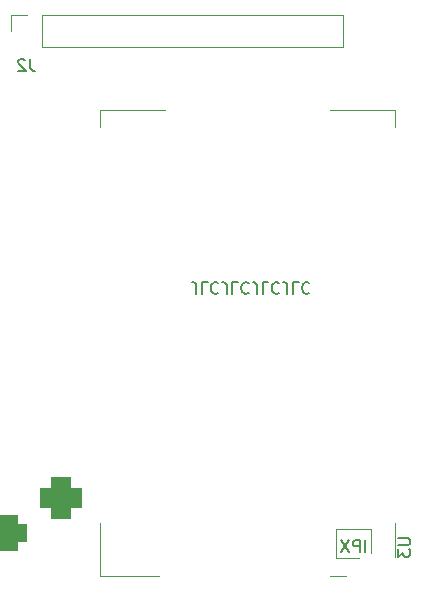
<source format=gbr>
%TF.GenerationSoftware,KiCad,Pcbnew,9.0.4*%
%TF.CreationDate,2025-09-20T18:39:02+03:00*%
%TF.ProjectId,HydraX-Meshtastic-PCB,48796472-6158-42d4-9d65-736874617374,2.1*%
%TF.SameCoordinates,Original*%
%TF.FileFunction,Legend,Bot*%
%TF.FilePolarity,Positive*%
%FSLAX46Y46*%
G04 Gerber Fmt 4.6, Leading zero omitted, Abs format (unit mm)*
G04 Created by KiCad (PCBNEW 9.0.4) date 2025-09-20 18:39:02*
%MOMM*%
%LPD*%
G01*
G04 APERTURE LIST*
G04 Aperture macros list*
%AMRoundRect*
0 Rectangle with rounded corners*
0 $1 Rounding radius*
0 $2 $3 $4 $5 $6 $7 $8 $9 X,Y pos of 4 corners*
0 Add a 4 corners polygon primitive as box body*
4,1,4,$2,$3,$4,$5,$6,$7,$8,$9,$2,$3,0*
0 Add four circle primitives for the rounded corners*
1,1,$1+$1,$2,$3*
1,1,$1+$1,$4,$5*
1,1,$1+$1,$6,$7*
1,1,$1+$1,$8,$9*
0 Add four rect primitives between the rounded corners*
20,1,$1+$1,$2,$3,$4,$5,0*
20,1,$1+$1,$4,$5,$6,$7,0*
20,1,$1+$1,$6,$7,$8,$9,0*
20,1,$1+$1,$8,$9,$2,$3,0*%
G04 Aperture macros list end*
%ADD10C,0.150000*%
%ADD11C,0.120000*%
%ADD12C,0.700000*%
%ADD13C,4.400000*%
%ADD14C,0.800000*%
%ADD15C,5.400000*%
%ADD16R,1.600000X1.600000*%
%ADD17C,1.600000*%
%ADD18R,1.700000X1.700000*%
%ADD19C,1.700000*%
%ADD20R,3.500000X3.500000*%
%ADD21RoundRect,0.750000X1.000000X-0.750000X1.000000X0.750000X-1.000000X0.750000X-1.000000X-0.750000X0*%
%ADD22RoundRect,0.875000X0.875000X-0.875000X0.875000X0.875000X-0.875000X0.875000X-0.875000X-0.875000X0*%
%ADD23R,2.500000X1.500000*%
G04 APERTURE END LIST*
D10*
X152180951Y-98945180D02*
X152180951Y-98230895D01*
X152180951Y-98230895D02*
X152133332Y-98088038D01*
X152133332Y-98088038D02*
X152038094Y-97992800D01*
X152038094Y-97992800D02*
X151895237Y-97945180D01*
X151895237Y-97945180D02*
X151799999Y-97945180D01*
X153133332Y-97945180D02*
X152657142Y-97945180D01*
X152657142Y-97945180D02*
X152657142Y-98945180D01*
X154038094Y-98040419D02*
X153990475Y-97992800D01*
X153990475Y-97992800D02*
X153847618Y-97945180D01*
X153847618Y-97945180D02*
X153752380Y-97945180D01*
X153752380Y-97945180D02*
X153609523Y-97992800D01*
X153609523Y-97992800D02*
X153514285Y-98088038D01*
X153514285Y-98088038D02*
X153466666Y-98183276D01*
X153466666Y-98183276D02*
X153419047Y-98373752D01*
X153419047Y-98373752D02*
X153419047Y-98516609D01*
X153419047Y-98516609D02*
X153466666Y-98707085D01*
X153466666Y-98707085D02*
X153514285Y-98802323D01*
X153514285Y-98802323D02*
X153609523Y-98897561D01*
X153609523Y-98897561D02*
X153752380Y-98945180D01*
X153752380Y-98945180D02*
X153847618Y-98945180D01*
X153847618Y-98945180D02*
X153990475Y-98897561D01*
X153990475Y-98897561D02*
X154038094Y-98849942D01*
X154752380Y-98945180D02*
X154752380Y-98230895D01*
X154752380Y-98230895D02*
X154704761Y-98088038D01*
X154704761Y-98088038D02*
X154609523Y-97992800D01*
X154609523Y-97992800D02*
X154466666Y-97945180D01*
X154466666Y-97945180D02*
X154371428Y-97945180D01*
X155704761Y-97945180D02*
X155228571Y-97945180D01*
X155228571Y-97945180D02*
X155228571Y-98945180D01*
X156609523Y-98040419D02*
X156561904Y-97992800D01*
X156561904Y-97992800D02*
X156419047Y-97945180D01*
X156419047Y-97945180D02*
X156323809Y-97945180D01*
X156323809Y-97945180D02*
X156180952Y-97992800D01*
X156180952Y-97992800D02*
X156085714Y-98088038D01*
X156085714Y-98088038D02*
X156038095Y-98183276D01*
X156038095Y-98183276D02*
X155990476Y-98373752D01*
X155990476Y-98373752D02*
X155990476Y-98516609D01*
X155990476Y-98516609D02*
X156038095Y-98707085D01*
X156038095Y-98707085D02*
X156085714Y-98802323D01*
X156085714Y-98802323D02*
X156180952Y-98897561D01*
X156180952Y-98897561D02*
X156323809Y-98945180D01*
X156323809Y-98945180D02*
X156419047Y-98945180D01*
X156419047Y-98945180D02*
X156561904Y-98897561D01*
X156561904Y-98897561D02*
X156609523Y-98849942D01*
X157323809Y-98945180D02*
X157323809Y-98230895D01*
X157323809Y-98230895D02*
X157276190Y-98088038D01*
X157276190Y-98088038D02*
X157180952Y-97992800D01*
X157180952Y-97992800D02*
X157038095Y-97945180D01*
X157038095Y-97945180D02*
X156942857Y-97945180D01*
X158276190Y-97945180D02*
X157800000Y-97945180D01*
X157800000Y-97945180D02*
X157800000Y-98945180D01*
X159180952Y-98040419D02*
X159133333Y-97992800D01*
X159133333Y-97992800D02*
X158990476Y-97945180D01*
X158990476Y-97945180D02*
X158895238Y-97945180D01*
X158895238Y-97945180D02*
X158752381Y-97992800D01*
X158752381Y-97992800D02*
X158657143Y-98088038D01*
X158657143Y-98088038D02*
X158609524Y-98183276D01*
X158609524Y-98183276D02*
X158561905Y-98373752D01*
X158561905Y-98373752D02*
X158561905Y-98516609D01*
X158561905Y-98516609D02*
X158609524Y-98707085D01*
X158609524Y-98707085D02*
X158657143Y-98802323D01*
X158657143Y-98802323D02*
X158752381Y-98897561D01*
X158752381Y-98897561D02*
X158895238Y-98945180D01*
X158895238Y-98945180D02*
X158990476Y-98945180D01*
X158990476Y-98945180D02*
X159133333Y-98897561D01*
X159133333Y-98897561D02*
X159180952Y-98849942D01*
X159895238Y-98945180D02*
X159895238Y-98230895D01*
X159895238Y-98230895D02*
X159847619Y-98088038D01*
X159847619Y-98088038D02*
X159752381Y-97992800D01*
X159752381Y-97992800D02*
X159609524Y-97945180D01*
X159609524Y-97945180D02*
X159514286Y-97945180D01*
X160847619Y-97945180D02*
X160371429Y-97945180D01*
X160371429Y-97945180D02*
X160371429Y-98945180D01*
X161752381Y-98040419D02*
X161704762Y-97992800D01*
X161704762Y-97992800D02*
X161561905Y-97945180D01*
X161561905Y-97945180D02*
X161466667Y-97945180D01*
X161466667Y-97945180D02*
X161323810Y-97992800D01*
X161323810Y-97992800D02*
X161228572Y-98088038D01*
X161228572Y-98088038D02*
X161180953Y-98183276D01*
X161180953Y-98183276D02*
X161133334Y-98373752D01*
X161133334Y-98373752D02*
X161133334Y-98516609D01*
X161133334Y-98516609D02*
X161180953Y-98707085D01*
X161180953Y-98707085D02*
X161228572Y-98802323D01*
X161228572Y-98802323D02*
X161323810Y-98897561D01*
X161323810Y-98897561D02*
X161466667Y-98945180D01*
X161466667Y-98945180D02*
X161561905Y-98945180D01*
X161561905Y-98945180D02*
X161704762Y-98897561D01*
X161704762Y-98897561D02*
X161752381Y-98849942D01*
X169279819Y-119613095D02*
X170089342Y-119613095D01*
X170089342Y-119613095D02*
X170184580Y-119660714D01*
X170184580Y-119660714D02*
X170232200Y-119708333D01*
X170232200Y-119708333D02*
X170279819Y-119803571D01*
X170279819Y-119803571D02*
X170279819Y-119994047D01*
X170279819Y-119994047D02*
X170232200Y-120089285D01*
X170232200Y-120089285D02*
X170184580Y-120136904D01*
X170184580Y-120136904D02*
X170089342Y-120184523D01*
X170089342Y-120184523D02*
X169279819Y-120184523D01*
X169279819Y-120565476D02*
X169279819Y-121184523D01*
X169279819Y-121184523D02*
X169660771Y-120851190D01*
X169660771Y-120851190D02*
X169660771Y-120994047D01*
X169660771Y-120994047D02*
X169708390Y-121089285D01*
X169708390Y-121089285D02*
X169756009Y-121136904D01*
X169756009Y-121136904D02*
X169851247Y-121184523D01*
X169851247Y-121184523D02*
X170089342Y-121184523D01*
X170089342Y-121184523D02*
X170184580Y-121136904D01*
X170184580Y-121136904D02*
X170232200Y-121089285D01*
X170232200Y-121089285D02*
X170279819Y-120994047D01*
X170279819Y-120994047D02*
X170279819Y-120708333D01*
X170279819Y-120708333D02*
X170232200Y-120613095D01*
X170232200Y-120613095D02*
X170184580Y-120565476D01*
X166476189Y-120804819D02*
X166476189Y-119804819D01*
X165999999Y-120804819D02*
X165999999Y-119804819D01*
X165999999Y-119804819D02*
X165619047Y-119804819D01*
X165619047Y-119804819D02*
X165523809Y-119852438D01*
X165523809Y-119852438D02*
X165476190Y-119900057D01*
X165476190Y-119900057D02*
X165428571Y-119995295D01*
X165428571Y-119995295D02*
X165428571Y-120138152D01*
X165428571Y-120138152D02*
X165476190Y-120233390D01*
X165476190Y-120233390D02*
X165523809Y-120281009D01*
X165523809Y-120281009D02*
X165619047Y-120328628D01*
X165619047Y-120328628D02*
X165999999Y-120328628D01*
X165095237Y-119804819D02*
X164428571Y-120804819D01*
X164428571Y-119804819D02*
X165095237Y-120804819D01*
X138103333Y-79064819D02*
X138103333Y-79779104D01*
X138103333Y-79779104D02*
X138150952Y-79921961D01*
X138150952Y-79921961D02*
X138246190Y-80017200D01*
X138246190Y-80017200D02*
X138389047Y-80064819D01*
X138389047Y-80064819D02*
X138484285Y-80064819D01*
X137674761Y-79160057D02*
X137627142Y-79112438D01*
X137627142Y-79112438D02*
X137531904Y-79064819D01*
X137531904Y-79064819D02*
X137293809Y-79064819D01*
X137293809Y-79064819D02*
X137198571Y-79112438D01*
X137198571Y-79112438D02*
X137150952Y-79160057D01*
X137150952Y-79160057D02*
X137103333Y-79255295D01*
X137103333Y-79255295D02*
X137103333Y-79350533D01*
X137103333Y-79350533D02*
X137150952Y-79493390D01*
X137150952Y-79493390D02*
X137722380Y-80064819D01*
X137722380Y-80064819D02*
X137103333Y-80064819D01*
D11*
%TO.C,U3*%
X144000000Y-83350000D02*
X144000000Y-84850000D01*
X144000000Y-118350000D02*
X144000000Y-122850000D01*
X144000000Y-122850000D02*
X149000000Y-122850000D01*
X149500000Y-83350000D02*
X144000000Y-83350000D01*
X163500000Y-83350000D02*
X169000000Y-83350000D01*
X164000000Y-118850000D02*
X164000000Y-121350000D01*
X167000000Y-118850000D02*
X164000000Y-118850000D01*
X167000000Y-118850000D02*
X167000000Y-121350000D01*
X167000000Y-121350000D02*
X164000000Y-121350000D01*
X169000000Y-83350000D02*
X169000000Y-84850000D01*
X169000000Y-122850000D02*
X163500000Y-122850000D01*
X169000000Y-122850000D02*
X169000000Y-118350000D01*
%TO.C,J2*%
X136470000Y-75320000D02*
X136470000Y-76700000D01*
X137850000Y-75320000D02*
X136470000Y-75320000D01*
X139120000Y-75320000D02*
X139120000Y-78080000D01*
X139120000Y-75320000D02*
X164630000Y-75320000D01*
X139120000Y-78080000D02*
X164630000Y-78080000D01*
X164630000Y-75320000D02*
X164630000Y-78080000D01*
%TD*%
%LPC*%
D12*
%TO.C,H2*%
X131775000Y-108605000D03*
X132258274Y-107438274D03*
X132258274Y-109771726D03*
X133425000Y-106955000D03*
D13*
X133425000Y-108605000D03*
D12*
X133425000Y-110255000D03*
X134591726Y-107438274D03*
X134591726Y-109771726D03*
X135075000Y-108605000D03*
%TD*%
D14*
%TO.C,H1*%
X165550000Y-123605000D03*
X166143109Y-122173109D03*
X166143109Y-125036891D03*
X167575000Y-121580000D03*
D15*
X167575000Y-123605000D03*
D14*
X167575000Y-125630000D03*
X169006891Y-122173109D03*
X169006891Y-125036891D03*
X169600000Y-123605000D03*
%TD*%
D16*
%TO.C,BZ1*%
X134700000Y-88640000D03*
D17*
X137900000Y-88640000D03*
%TD*%
D14*
%TO.C,H4*%
X131400000Y-77605000D03*
X131993109Y-76173109D03*
X131993109Y-79036891D03*
D15*
X133400000Y-77605000D03*
D14*
X133425000Y-75580000D03*
X133425000Y-79630000D03*
X134856891Y-76173109D03*
X134856891Y-79036891D03*
X135450000Y-77605000D03*
%TD*%
D18*
%TO.C,J1*%
X145625000Y-124725000D03*
D19*
X148165000Y-124725000D03*
X150705000Y-124725000D03*
X153245000Y-124725000D03*
X155785000Y-124725000D03*
X158325000Y-124725000D03*
X160865000Y-124725000D03*
X163405000Y-124725000D03*
%TD*%
D20*
%TO.C,J3*%
X136042500Y-113200000D03*
D21*
X136042500Y-119200000D03*
D22*
X140742500Y-116200000D03*
%TD*%
D14*
%TO.C,H3*%
X165550000Y-77605000D03*
X166143109Y-76173109D03*
X166143109Y-79036891D03*
X167575000Y-75580000D03*
X167575000Y-79630000D03*
D15*
X167606891Y-77605000D03*
D14*
X169006891Y-76173109D03*
X169006891Y-79036891D03*
X169600000Y-77605000D03*
%TD*%
D23*
%TO.C,U3*%
X144500000Y-116890000D03*
X144500000Y-114350000D03*
X144500000Y-111810000D03*
X144500000Y-104190000D03*
X144500000Y-101650000D03*
X144500000Y-99110000D03*
X144500000Y-96570000D03*
X144500000Y-94030000D03*
X144500000Y-91490000D03*
X144500000Y-88950000D03*
X144500000Y-86410000D03*
X168500000Y-86410000D03*
X168500000Y-88950000D03*
X168500000Y-91490000D03*
X168500000Y-94030000D03*
X168500000Y-96570000D03*
X168500000Y-99110000D03*
X168500000Y-101650000D03*
X168500000Y-104190000D03*
X168500000Y-111810000D03*
X168500000Y-114350000D03*
X168500000Y-116890000D03*
%TD*%
D18*
%TO.C,J2*%
X137850000Y-76700000D03*
D19*
X140390000Y-76700000D03*
X142930000Y-76700000D03*
X145470000Y-76700000D03*
X148010000Y-76700000D03*
X150550000Y-76700000D03*
X153090000Y-76700000D03*
X155630000Y-76700000D03*
X158170000Y-76700000D03*
X160710000Y-76700000D03*
X163250000Y-76700000D03*
%TD*%
%LPD*%
M02*

</source>
